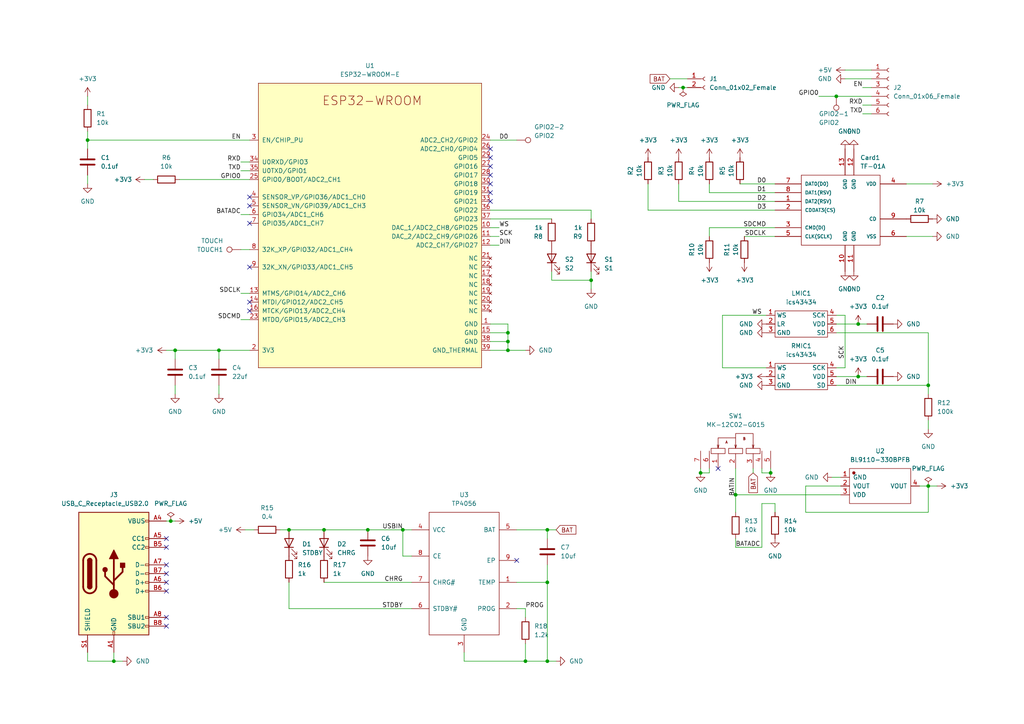
<source format=kicad_sch>
(kicad_sch (version 20211123) (generator eeschema)
  (paper "A4")
  (lib_symbols
    (symbol "Connector:Conn_01x02_Female" (pin_names (offset 1.016) hide)
      (property "Reference" "J" (at 0 2.54 0))
      (property "Value" "Conn_01x02_Female" (at 0 -5.08 0))
      (symbol "Conn_01x02_Female_1_1"
        (arc (start 0 -2.032) (mid -0.508 -2.54) (end 0 -3.048) (stroke (width 0.1524)))
        (polyline (pts (xy -1.27 -2.54) (xy -0.508 -2.54)) (stroke (width 0.1524)))
        (polyline (pts (xy -1.27 0) (xy -0.508 0)) (stroke (width 0.1524)))
        (arc (start 0 0.508) (mid -0.508 0) (end 0 -0.508) (stroke (width 0.1524)))
        (pin passive line (at -5.08 0 0) (length 3.81) (name "Pin_1") (number "1"))
        (pin passive line (at -5.08 -2.54 0) (length 3.81) (name "Pin_2") (number "2"))
      )
    )
    (symbol "Connector:Conn_01x06_Female" (pin_names (offset 1.016) hide)
      (property "Reference" "J" (at 0 7.62 0))
      (property "Value" "Conn_01x06_Female" (at 0 -10.16 0))
      (symbol "Conn_01x06_Female_1_1"
        (arc (start 0 -7.112) (mid -0.508 -7.62) (end 0 -8.128) (stroke (width 0.1524)))
        (arc (start 0 -4.572) (mid -0.508 -5.08) (end 0 -5.588) (stroke (width 0.1524)))
        (arc (start 0 -2.032) (mid -0.508 -2.54) (end 0 -3.048) (stroke (width 0.1524)))
        (polyline (pts (xy -1.27 -7.62) (xy -0.508 -7.62)) (stroke (width 0.1524)))
        (polyline (pts (xy -1.27 -5.08) (xy -0.508 -5.08)) (stroke (width 0.1524)))
        (polyline (pts (xy -1.27 -2.54) (xy -0.508 -2.54)) (stroke (width 0.1524)))
        (polyline (pts (xy -1.27 0) (xy -0.508 0)) (stroke (width 0.1524)))
        (polyline (pts (xy -1.27 2.54) (xy -0.508 2.54)) (stroke (width 0.1524)))
        (polyline (pts (xy -1.27 5.08) (xy -0.508 5.08)) (stroke (width 0.1524)))
        (arc (start 0 0.508) (mid -0.508 0) (end 0 -0.508) (stroke (width 0.1524)))
        (arc (start 0 3.048) (mid -0.508 2.54) (end 0 2.032) (stroke (width 0.1524)))
        (arc (start 0 5.588) (mid -0.508 5.08) (end 0 4.572) (stroke (width 0.1524)))
        (pin passive line (at -5.08 5.08 0) (length 3.81) (name "Pin_1") (number "1"))
        (pin passive line (at -5.08 2.54 0) (length 3.81) (name "Pin_2") (number "2"))
        (pin passive line (at -5.08 0 0) (length 3.81) (name "Pin_3") (number "3"))
        (pin passive line (at -5.08 -2.54 0) (length 3.81) (name "Pin_4") (number "4"))
        (pin passive line (at -5.08 -5.08 0) (length 3.81) (name "Pin_5") (number "5"))
        (pin passive line (at -5.08 -7.62 0) (length 3.81) (name "Pin_6") (number "6"))
      )
    )
    (symbol "Connector:TestPoint" (pin_numbers hide) (pin_names (offset 0.762) hide)
      (property "Reference" "TP" (at 0 6.858 0))
      (property "Value" "TestPoint" (at 0 5.08 0))
      (symbol "TestPoint_0_1"
        (circle (center 0 3.302) (radius 0.762))
      )
      (symbol "TestPoint_1_1"
        (pin passive line (at 0 0 90) (length 2.54) (name "1") (number "1"))
      )
    )
    (symbol "Connector:USB_C_Receptacle_USB2.0" (pin_names (offset 1.016))
      (property "Reference" "J" (at -10.16 19.05 0))
      (property "Value" "USB_C_Receptacle_USB2.0" (at 19.05 19.05 0))
      (symbol "USB_C_Receptacle_USB2.0_0_0"
        (rectangle (start -0.254 -17.78) (end 0.254 -16.764))
        (rectangle (start 10.16 -14.986) (end 9.144 -15.494))
        (rectangle (start 10.16 -12.446) (end 9.144 -12.954))
        (rectangle (start 10.16 -4.826) (end 9.144 -5.334))
        (rectangle (start 10.16 -2.286) (end 9.144 -2.794))
        (rectangle (start 10.16 0.254) (end 9.144 -0.254))
        (rectangle (start 10.16 2.794) (end 9.144 2.286))
        (rectangle (start 10.16 7.874) (end 9.144 7.366))
        (rectangle (start 10.16 10.414) (end 9.144 9.906))
        (rectangle (start 10.16 15.494) (end 9.144 14.986))
      )
      (symbol "USB_C_Receptacle_USB2.0_0_1"
        (rectangle (start -10.16 17.78) (end 10.16 -17.78) (stroke (width 0.254)) (fill (type background)))
        (arc (start -8.89 -3.81) (mid -6.985 -5.715) (end -5.08 -3.81) (stroke (width 0.508)))
        (arc (start -7.62 -3.81) (mid -6.985 -4.445) (end -6.35 -3.81) (stroke (width 0.254)))
        (arc (start -7.62 -3.81) (mid -6.985 -4.445) (end -6.35 -3.81) (stroke (width 0.254)) (fill (type outline)))
        (rectangle (start -7.62 -3.81) (end -6.35 3.81) (stroke (width 0.254)) (fill (type outline)))
        (arc (start -6.35 3.81) (mid -6.985 4.445) (end -7.62 3.81) (stroke (width 0.254)))
        (arc (start -6.35 3.81) (mid -6.985 4.445) (end -7.62 3.81) (stroke (width 0.254)) (fill (type outline)))
        (arc (start -5.08 3.81) (mid -6.985 5.715) (end -8.89 3.81) (stroke (width 0.508)))
        (circle (center -2.54 1.143) (radius 0.635) (stroke (width 0.254)) (fill (type outline)))
        (circle (center 0 -5.842) (radius 1.27) (fill (type outline)))
        (polyline (pts (xy -8.89 -3.81) (xy -8.89 3.81)) (stroke (width 0.508)))
        (polyline (pts (xy -5.08 3.81) (xy -5.08 -3.81)) (stroke (width 0.508)))
        (polyline (pts (xy 0 -5.842) (xy 0 4.318)) (stroke (width 0.508)))
        (polyline (pts (xy 0 -3.302) (xy -2.54 -0.762) (xy -2.54 0.508)) (stroke (width 0.508)))
        (polyline (pts (xy 0 -2.032) (xy 2.54 0.508) (xy 2.54 1.778)) (stroke (width 0.508)))
        (polyline (pts (xy -1.27 4.318) (xy 0 6.858) (xy 1.27 4.318) (xy -1.27 4.318)) (stroke (width 0.254)) (fill (type outline)))
        (rectangle (start 1.905 1.778) (end 3.175 3.048) (stroke (width 0.254)) (fill (type outline)))
      )
      (symbol "USB_C_Receptacle_USB2.0_1_1"
        (pin passive line (at 0 -22.86 90) (length 5.08) (name "GND") (number "A1"))
        (pin passive line (at 0 -22.86 90) (length 5.08) hide (name "GND") (number "A12"))
        (pin passive line (at 15.24 15.24 180) (length 5.08) (name "VBUS") (number "A4"))
        (pin bidirectional line (at 15.24 10.16 180) (length 5.08) (name "CC1") (number "A5"))
        (pin bidirectional line (at 15.24 -2.54 180) (length 5.08) (name "D+") (number "A6"))
        (pin bidirectional line (at 15.24 2.54 180) (length 5.08) (name "D-") (number "A7"))
        (pin bidirectional line (at 15.24 -12.7 180) (length 5.08) (name "SBU1") (number "A8"))
        (pin passive line (at 15.24 15.24 180) (length 5.08) hide (name "VBUS") (number "A9"))
        (pin passive line (at 0 -22.86 90) (length 5.08) hide (name "GND") (number "B1"))
        (pin passive line (at 0 -22.86 90) (length 5.08) hide (name "GND") (number "B12"))
        (pin passive line (at 15.24 15.24 180) (length 5.08) hide (name "VBUS") (number "B4"))
        (pin bidirectional line (at 15.24 7.62 180) (length 5.08) (name "CC2") (number "B5"))
        (pin bidirectional line (at 15.24 -5.08 180) (length 5.08) (name "D+") (number "B6"))
        (pin bidirectional line (at 15.24 0 180) (length 5.08) (name "D-") (number "B7"))
        (pin bidirectional line (at 15.24 -15.24 180) (length 5.08) (name "SBU2") (number "B8"))
        (pin passive line (at 15.24 15.24 180) (length 5.08) hide (name "VBUS") (number "B9"))
        (pin passive line (at -7.62 -22.86 90) (length 5.08) (name "SHIELD") (number "S1"))
      )
    )
    (symbol "Device:C" (pin_numbers hide) (pin_names (offset 0.254))
      (property "Reference" "C" (at 0.635 2.54 0))
      (property "Value" "C" (at 0.635 -2.54 0))
      (symbol "C_0_1"
        (polyline (pts (xy -2.032 -0.762) (xy 2.032 -0.762)) (stroke (width 0.508)))
        (polyline (pts (xy -2.032 0.762) (xy 2.032 0.762)) (stroke (width 0.508)))
      )
      (symbol "C_1_1"
        (pin passive line (at 0 3.81 270) (length 2.794) (name "~") (number "1"))
        (pin passive line (at 0 -3.81 90) (length 2.794) (name "~") (number "2"))
      )
    )
    (symbol "Device:LED" (pin_numbers hide) (pin_names (offset 1.016) hide)
      (property "Reference" "D" (at 0 2.54 0))
      (property "Value" "LED" (at 0 -2.54 0))
      (symbol "LED_0_1"
        (polyline (pts (xy -1.27 -1.27) (xy -1.27 1.27)) (stroke (width 0.254)))
        (polyline (pts (xy -1.27 0) (xy 1.27 0)))
        (polyline (pts (xy 1.27 -1.27) (xy 1.27 1.27) (xy -1.27 0) (xy 1.27 -1.27)) (stroke (width 0.254)))
        (polyline (pts (xy -3.048 -0.762) (xy -4.572 -2.286) (xy -3.81 -2.286) (xy -4.572 -2.286) (xy -4.572 -1.524)))
        (polyline (pts (xy -1.778 -0.762) (xy -3.302 -2.286) (xy -2.54 -2.286) (xy -3.302 -2.286) (xy -3.302 -1.524)))
      )
      (symbol "LED_1_1"
        (pin passive line (at -3.81 0 0) (length 2.54) (name "K") (number "1"))
        (pin passive line (at 3.81 0 180) (length 2.54) (name "A") (number "2"))
      )
    )
    (symbol "Device:R" (pin_numbers hide) (pin_names (offset 0))
      (property "Reference" "R" (at 2.032 0 90))
      (property "Value" "R" (at 0 0 90))
      (symbol "R_0_1"
        (rectangle (start -1.016 -2.54) (end 1.016 2.54) (stroke (width 0.254)))
      )
      (symbol "R_1_1"
        (pin passive line (at 0 3.81 270) (length 1.27) (name "~") (number "1"))
        (pin passive line (at 0 -3.81 90) (length 1.27) (name "~") (number "2"))
      )
    )
    (symbol "Espressif:ESP32-WROOM-E" (pin_names (offset 1.016))
      (property "Reference" "U" (at 0 43.18 0))
      (property "Value" "ESP32-WROOM-E" (at 0 -41.91 0))
      (symbol "ESP32-WROOM-E_0_1"
        (rectangle (start 33.02 41.91) (end -31.75 -40.64) (fill (type background)))
      )
      (symbol "ESP32-WROOM-E_1_1"
        (text "ESP32-­WROOM­" (at 1.27 36.83 0) (effects (font (size 2.54 2.54))))
        (pin power_in line (at 35.56 -27.94 180) (length 2.54) (name "GND") (number "1"))
        (pin bidirectional line (at 35.56 0 180) (length 2.54) (name "DAC_1/ADC2_CH8/GPIO25") (number "10"))
        (pin bidirectional line (at 35.56 -2.54 180) (length 2.54) (name "DAC_2/ADC2_CH9/GPIO26") (number "11"))
        (pin bidirectional line (at 35.56 -5.08 180) (length 2.54) (name "ADC2_CH7/GPIO27") (number "12"))
        (pin bidirectional line (at -34.29 -19.05 0) (length 2.54) (name "MTMS/GPIO14/ADC2_CH6") (number "13"))
        (pin bidirectional line (at -34.29 -21.59 0) (length 2.54) (name "MTDI/GPIO12/ADC2_CH5") (number "14"))
        (pin power_in line (at 35.56 -30.48 180) (length 2.54) (name "GND") (number "15"))
        (pin bidirectional line (at -34.29 -24.13 0) (length 2.54) (name "MTCK/GPIO13/ADC2_CH4") (number "16"))
        (pin no_connect line (at 35.56 -13.97 180) (length 2.54) (name "NC") (number "17"))
        (pin no_connect line (at 35.56 -16.51 180) (length 2.54) (name "NC") (number "18"))
        (pin no_connect line (at 35.56 -19.05 180) (length 2.54) (name "NC") (number "19"))
        (pin power_in line (at -34.29 -35.56 0) (length 2.54) (name "3V3") (number "2"))
        (pin no_connect line (at 35.56 -21.59 180) (length 2.54) (name "NC") (number "20"))
        (pin no_connect line (at 35.56 -8.89 180) (length 2.54) (name "NC") (number "21"))
        (pin no_connect line (at 35.56 -11.43 180) (length 2.54) (name "NC") (number "22"))
        (pin bidirectional line (at -34.29 -26.67 0) (length 2.54) (name "MTDO/GPIO15/ADC2_CH3") (number "23"))
        (pin bidirectional line (at 35.56 25.4 180) (length 2.54) (name "ADC2_CH2/GPIO2") (number "24"))
        (pin bidirectional line (at -34.29 13.97 0) (length 2.54) (name "GPIO0/BOOT/ADC2_CH1") (number "25"))
        (pin bidirectional line (at 35.56 22.86 180) (length 2.54) (name "ADC2_CH0/GPIO4") (number "26"))
        (pin bidirectional line (at 35.56 17.78 180) (length 2.54) (name "GPIO16") (number "27"))
        (pin bidirectional line (at 35.56 15.24 180) (length 2.54) (name "GPIO17") (number "28"))
        (pin bidirectional line (at 35.56 20.32 180) (length 2.54) (name "GPIO5") (number "29"))
        (pin input line (at -34.29 25.4 0) (length 2.54) (name "EN/CHIP_PU") (number "3"))
        (pin bidirectional line (at 35.56 12.7 180) (length 2.54) (name "GPIO18") (number "30"))
        (pin bidirectional line (at 35.56 10.16 180) (length 2.54) (name "GPIO19") (number "31"))
        (pin no_connect line (at 35.56 -24.13 180) (length 2.54) (name "NC") (number "32"))
        (pin bidirectional line (at 35.56 7.62 180) (length 2.54) (name "GPIO21") (number "33"))
        (pin bidirectional line (at -34.29 19.05 0) (length 2.54) (name "U0RXD/GPIO3") (number "34"))
        (pin bidirectional line (at -34.29 16.51 0) (length 2.54) (name "U0TXD/GPIO1") (number "35"))
        (pin bidirectional line (at 35.56 5.08 180) (length 2.54) (name "GPIO22") (number "36"))
        (pin bidirectional line (at 35.56 2.54 180) (length 2.54) (name "GPIO23") (number "37"))
        (pin power_in line (at 35.56 -33.02 180) (length 2.54) (name "GND") (number "38"))
        (pin power_in line (at 35.56 -35.56 180) (length 2.54) (name "GND_THERMAL") (number "39"))
        (pin input line (at -34.29 8.89 0) (length 2.54) (name "SENSOR_VP/GPIO36/ADC1_CH0") (number "4"))
        (pin input line (at -34.29 6.35 0) (length 2.54) (name "SENSOR_VN/GPIO39/ADC1_CH3") (number "5"))
        (pin input line (at -34.29 3.81 0) (length 2.54) (name "GPIO34/ADC1_CH6") (number "6"))
        (pin input line (at -34.29 1.27 0) (length 2.54) (name "GPIO35/ADC1_CH7") (number "7"))
        (pin bidirectional line (at -34.29 -6.35 0) (length 2.54) (name "32K_XP/GPIO32/ADC1_CH4") (number "8"))
        (pin bidirectional line (at -34.29 -11.43 0) (length 2.54) (name "32K_XN/GPIO33/ADC1_CH5") (number "9"))
      )
    )
    (symbol "ics43434:ics43434"
      (property "Reference" "U" (at 0 7.62 0))
      (property "Value" "ics43434" (at 0 5.08 0))
      (symbol "ics43434_0_1"
        (rectangle (start -7.62 3.81) (end 7.62 -3.81))
      )
      (symbol "ics43434_1_1"
        (pin input line (at -10.16 2.54 0) (length 2.54) (name "WS") (number "1"))
        (pin input line (at -10.16 0 0) (length 2.54) (name "LR") (number "2"))
        (pin power_in line (at -10.16 -2.54 0) (length 2.54) (name "GND") (number "3"))
        (pin input line (at 10.16 2.54 180) (length 2.54) (name "SCK") (number "4"))
        (pin power_in line (at 10.16 0 180) (length 2.54) (name "VDD") (number "5"))
        (pin output line (at 10.16 -2.54 180) (length 2.54) (name "SD") (number "6"))
      )
    )
    (symbol "kicad_lceda:BL9110-330BPFB" (pin_names (offset 1.016))
      (property "Reference" "U" (at 0 7.62 0))
      (property "Value" "BL9110-330BPFB" (at 0 12.7 0))
      (symbol "BL9110-330BPFB_1_1"
        (rectangle (start -8.89 5.08) (end 8.89 -5.08) (stroke (width 0.1524)))
        (circle (center -7.62 3.81) (radius 0.381) (stroke (width 0.1524)) (fill (type outline)))
        (pin input line (at -11.43 2.54 0) (length 2.54) (name "GND") (number "1"))
        (pin input line (at -11.43 0 0) (length 2.54) (name "VOUT") (number "2"))
        (pin input line (at -11.43 -2.54 0) (length 2.54) (name "VDD") (number "3"))
        (pin input line (at 11.43 0 180) (length 2.54) (name "VOUT") (number "4"))
      )
    )
    (symbol "kicad_lceda:MK-12C02-G015" (pin_names (offset 1.016) hide)
      (property "Reference" "SW" (at 0 10.16 0))
      (property "Value" "MK-12C02-G015" (at 0 15.24 0))
      (symbol "MK-12C02-G015_1_1"
        (rectangle (start -7.112 3.302) (end -3.048 1.778) (stroke (width 0.1524)))
        (rectangle (start -2.032 3.302) (end 2.032 1.778) (stroke (width 0.1524)))
        (polyline (pts (xy -5.08 3.302) (xy -5.334 4.318)) (stroke (width 0.1524)))
        (polyline (pts (xy 0 3.302) (xy -0.254 4.318)) (stroke (width 0.1524)))
        (polyline (pts (xy 5.08 3.302) (xy 4.826 4.318)) (stroke (width 0.1524)))
        (polyline (pts (xy 5.08 3.302) (xy 5.334 4.318)) (stroke (width 0.1524)))
        (polyline (pts (xy 0 6.35) (xy -5.08 6.35) (xy -5.08 3.302) (xy -4.826 4.318)) (stroke (width 0.1524)))
        (polyline (pts (xy 5.08 3.302) (xy 5.08 7.62) (xy 0 7.62) (xy 0 3.302) (xy 0.254 4.318)) (stroke (width 0.1524)))
        (rectangle (start 3.048 3.302) (end 7.112 1.778) (stroke (width 0.1524)))
        (text "A" (at -3.048 5.08 0) (effects (font (size 0.7366 0.7366)) (justify left)))
        (text "B" (at 2.032 6.096 0) (effects (font (size 0.7366 0.7366)) (justify left)))
        (pin input line (at -5.08 -2.54 90) (length 4.318) (name "1") (number "1"))
        (pin input line (at 0 -2.54 90) (length 4.318) (name "2") (number "2"))
        (pin input line (at 5.08 -2.54 90) (length 4.318) (name "3") (number "3"))
        (pin input line (at 7.62 -2.54 90) (length 5.08) (name "4") (number "4"))
        (pin input line (at 10.16 -2.54 90) (length 5.08) (name "5") (number "5"))
        (pin input line (at -7.62 -2.54 90) (length 5.08) (name "6") (number "6"))
        (pin input line (at -10.16 -2.54 90) (length 5.08) (name "7") (number "7"))
      )
    )
    (symbol "kicad_lceda:TF-01A" (pin_names (offset 1.016))
      (property "Reference" "Card" (at 0 20.828 0))
      (property "Value" "TF-01A" (at 0 25.908 0))
      (symbol "TF-01A_1_1"
        (rectangle (start -11.43 10.16) (end 11.43 -10.16) (stroke (width 0.1524)))
        (pin bidirectional line (at -19.05 2.54 0) (length 7.62) (name "DAT2(RSV)") (number "1"))
        (pin input line (at 1.27 -17.78 90) (length 7.62) (name "GND") (number "10"))
        (pin input line (at 3.81 -17.78 90) (length 7.62) (name "GND") (number "11"))
        (pin input line (at 3.81 17.78 270) (length 7.62) (name "GND") (number "12"))
        (pin input line (at 1.27 17.78 270) (length 7.62) (name "GND") (number "13"))
        (pin bidirectional line (at -19.05 0 0) (length 7.62) (name "CDDAT3(CS)") (number "2"))
        (pin input line (at -19.05 -5.08 0) (length 7.62) (name "CMD(DI)") (number "3"))
        (pin input line (at 19.05 7.62 180) (length 7.62) (name "VDD") (number "4"))
        (pin input line (at -19.05 -7.62 0) (length 7.62) (name "CLK(SCLK)") (number "5"))
        (pin input line (at 19.05 -7.62 180) (length 7.62) (name "VSS") (number "6"))
        (pin bidirectional line (at -19.05 7.62 0) (length 7.62) (name "DAT0(D0)") (number "7"))
        (pin bidirectional line (at -19.05 5.08 0) (length 7.62) (name "DAT1(RSV)") (number "8"))
        (pin input line (at 19.05 -2.54 180) (length 7.62) (name "CD") (number "9"))
      )
    )
    (symbol "kicad_lceda:TP4056" (pin_names (offset 1.016))
      (property "Reference" "U" (at 0 22.86 0))
      (property "Value" "TP4056" (at 0 27.94 0))
      (symbol "TP4056_1_1"
        (rectangle (start -10.16 20.32) (end 10.16 -15.24) (stroke (width 0.1524)))
        (pin input line (at 15.24 0 180) (length 5.08) (name "TEMP") (number "1"))
        (pin input line (at 15.24 -7.62 180) (length 5.08) (name "PROG") (number "2"))
        (pin input line (at 0 -20.32 90) (length 5.08) (name "GND") (number "3"))
        (pin input line (at -15.24 15.24 0) (length 5.08) (name "VCC") (number "4"))
        (pin input line (at 15.24 15.24 180) (length 5.08) (name "BAT") (number "5"))
        (pin input line (at -15.24 -7.62 0) (length 5.08) (name "STDBY#") (number "6"))
        (pin input line (at -15.24 0 0) (length 5.08) (name "CHRG#") (number "7"))
        (pin input line (at -15.24 7.62 0) (length 5.08) (name "CE") (number "8"))
        (pin input line (at 15.24 6.35 180) (length 5.08) (name "EP") (number "9"))
      )
    )
    (symbol "power:+3V3" (power) (pin_names (offset 0))
      (property "Value" "+3V3" (at 0 3.556 0))
      (symbol "+3V3_0_1"
        (polyline (pts (xy -0.762 1.27) (xy 0 2.54)))
        (polyline (pts (xy 0 0) (xy 0 2.54)))
        (polyline (pts (xy 0 2.54) (xy 0.762 1.27)))
      )
      (symbol "+3V3_1_1"
        (pin power_in line (at 0 0 90) (length 0) hide (name "+3V3") (number "1"))
      )
    )
    (symbol "power:+5V" (power) (pin_names (offset 0))
      (property "Value" "+5V" (at 0 3.556 0))
      (symbol "+5V_0_1"
        (polyline (pts (xy -0.762 1.27) (xy 0 2.54)))
        (polyline (pts (xy 0 0) (xy 0 2.54)))
        (polyline (pts (xy 0 2.54) (xy 0.762 1.27)))
      )
      (symbol "+5V_1_1"
        (pin power_in line (at 0 0 90) (length 0) hide (name "+5V") (number "1"))
      )
    )
    (symbol "power:GND" (power) (pin_names (offset 0))
      (property "Value" "GND" (at 0 -3.81 0))
      (symbol "GND_0_1"
        (polyline (pts (xy 0 0) (xy 0 -1.27) (xy 1.27 -1.27) (xy 0 -2.54) (xy -1.27 -1.27) (xy 0 -1.27)))
      )
      (symbol "GND_1_1"
        (pin power_in line (at 0 0 270) (length 0) hide (name "GND") (number "1"))
      )
    )
    (symbol "power:PWR_FLAG" (power) (pin_numbers hide) (pin_names (offset 0) hide)
      (property "Value" "PWR_FLAG" (at 0 3.81 0))
      (symbol "PWR_FLAG_0_0"
        (pin power_out line (at 0 0 90) (length 0) (name "pwr") (number "1"))
      )
      (symbol "PWR_FLAG_0_1"
        (polyline (pts (xy 0 0) (xy 0 1.27) (xy -1.016 1.905) (xy 0 2.54) (xy 1.016 1.905) (xy 0 1.27)))
      )
    )
  )
  (junction (at 158.75 153.67))
  (junction (at 158.75 168.91))
  (junction (at 50.8 101.6))
  (junction (at 63.5 101.6))
  (junction (at 198.12 25.4))
  (junction (at 49.53 151.13))
  (junction (at 213.36 143.51))
  (junction (at 106.68 153.67))
  (junction (at 147.32 99.06))
  (junction (at 147.32 96.52))
  (junction (at 269.24 111.76))
  (junction (at 203.2 137.16))
  (junction (at 116.84 153.67))
  (junction (at 152.4 191.77))
  (junction (at 269.24 140.97))
  (junction (at 242.57 27.94))
  (junction (at 248.92 109.22))
  (junction (at 83.82 153.67))
  (junction (at 147.32 101.6))
  (junction (at 93.98 153.67))
  (junction (at 223.52 137.16))
  (junction (at 33.02 191.77))
  (junction (at 158.75 191.77))
  (junction (at 25.4 40.64))
  (junction (at 248.92 93.98))
  (junction (at 171.45 81.28))
  (no_connect (at 142.24 55.88))
  (no_connect (at 48.26 171.45))
  (no_connect (at 142.24 53.34))
  (no_connect (at 48.26 158.75))
  (no_connect (at 48.26 156.21))
  (no_connect (at 72.39 90.17))
  (no_connect (at 142.24 50.8))
  (no_connect (at 72.39 87.63))
  (no_connect (at 208.28 135.89))
  (no_connect (at 142.24 45.72))
  (no_connect (at 48.26 181.61))
  (no_connect (at 142.24 48.26))
  (no_connect (at 48.26 166.37))
  (no_connect (at 48.26 163.83))
  (no_connect (at 142.24 43.18))
  (no_connect (at 72.39 57.15))
  (no_connect (at 48.26 168.91))
  (no_connect (at 72.39 59.69))
  (no_connect (at 72.39 77.47))
  (no_connect (at 48.26 179.07))
  (no_connect (at 149.86 162.56))
  (no_connect (at 72.39 64.77))
  (no_connect (at 142.24 58.42))
  (wire (pts (xy 248.92 93.98) (xy 251.46 93.98)))
  (wire (pts (xy 81.28 153.67) (xy 83.82 153.67)))
  (wire (pts (xy 41.91 52.07) (xy 44.45 52.07)))
  (wire (pts (xy 25.4 40.64) (xy 72.39 40.64)))
  (wire (pts (xy 50.8 101.6) (xy 50.8 104.14)))
  (wire (pts (xy 220.98 146.05) (xy 224.79 146.05)))
  (wire (pts (xy 242.57 106.68) (xy 245.11 106.68)))
  (wire (pts (xy 245.11 22.86) (xy 252.73 22.86)))
  (wire (pts (xy 50.8 114.3) (xy 50.8 111.76)))
  (wire (pts (xy 269.24 96.52) (xy 269.24 111.76)))
  (wire (pts (xy 33.02 189.23) (xy 33.02 191.77)))
  (wire (pts (xy 147.32 101.6) (xy 152.4 101.6)))
  (wire (pts (xy 116.84 161.29) (xy 119.38 161.29)))
  (wire (pts (xy 222.25 91.44) (xy 209.55 91.44)))
  (wire (pts (xy 144.78 68.58) (xy 142.24 68.58)))
  (wire (pts (xy 147.32 99.06) (xy 147.32 101.6)))
  (wire (pts (xy 198.12 25.4) (xy 199.39 25.4)))
  (wire (pts (xy 224.79 146.05) (xy 224.79 148.59)))
  (wire (pts (xy 194.31 22.86) (xy 199.39 22.86)))
  (wire (pts (xy 69.85 62.23) (xy 72.39 62.23)))
  (wire (pts (xy 147.32 93.98) (xy 142.24 93.98)))
  (wire (pts (xy 242.57 96.52) (xy 269.24 96.52)))
  (wire (pts (xy 142.24 96.52) (xy 147.32 96.52)))
  (wire (pts (xy 69.85 72.39) (xy 72.39 72.39)))
  (wire (pts (xy 209.55 106.68) (xy 222.25 106.68)))
  (wire (pts (xy 25.4 53.34) (xy 25.4 50.8)))
  (wire (pts (xy 250.19 25.4) (xy 252.73 25.4)))
  (wire (pts (xy 152.4 176.53) (xy 149.86 176.53)))
  (wire (pts (xy 196.85 25.4) (xy 198.12 25.4)))
  (wire (pts (xy 52.07 52.07) (xy 72.39 52.07)))
  (wire (pts (xy 72.39 101.6) (xy 63.5 101.6)))
  (wire (pts (xy 158.75 153.67) (xy 161.29 153.67)))
  (wire (pts (xy 142.24 99.06) (xy 147.32 99.06)))
  (wire (pts (xy 213.36 143.51) (xy 213.36 148.59)))
  (wire (pts (xy 50.8 151.13) (xy 49.53 151.13)))
  (wire (pts (xy 152.4 191.77) (xy 158.75 191.77)))
  (wire (pts (xy 71.12 153.67) (xy 73.66 153.67)))
  (wire (pts (xy 144.78 66.04) (xy 142.24 66.04)))
  (wire (pts (xy 223.52 135.89) (xy 223.52 137.16)))
  (wire (pts (xy 158.75 163.83) (xy 158.75 168.91)))
  (wire (pts (xy 245.11 106.68) (xy 245.11 91.44)))
  (wire (pts (xy 171.45 81.28) (xy 160.02 81.28)))
  (wire (pts (xy 269.24 111.76) (xy 242.57 111.76)))
  (wire (pts (xy 63.5 114.3) (xy 63.5 111.76)))
  (wire (pts (xy 69.85 85.09) (xy 72.39 85.09)))
  (wire (pts (xy 269.24 148.59) (xy 269.24 140.97)))
  (wire (pts (xy 270.51 53.34) (xy 262.89 53.34)))
  (wire (pts (xy 69.85 46.99) (xy 72.39 46.99)))
  (wire (pts (xy 250.19 30.48) (xy 252.73 30.48)))
  (wire (pts (xy 196.85 53.34) (xy 196.85 58.42)))
  (wire (pts (xy 152.4 186.69) (xy 152.4 191.77)))
  (wire (pts (xy 205.74 53.34) (xy 205.74 55.88)))
  (wire (pts (xy 242.57 27.94) (xy 252.73 27.94)))
  (wire (pts (xy 63.5 101.6) (xy 50.8 101.6)))
  (wire (pts (xy 223.52 137.16) (xy 220.98 137.16)))
  (wire (pts (xy 161.29 191.77) (xy 158.75 191.77)))
  (wire (pts (xy 205.74 137.16) (xy 203.2 137.16)))
  (wire (pts (xy 83.82 176.53) (xy 83.82 168.91)))
  (wire (pts (xy 187.96 60.96) (xy 187.96 53.34)))
  (wire (pts (xy 158.75 168.91) (xy 149.86 168.91)))
  (wire (pts (xy 134.62 191.77) (xy 134.62 189.23)))
  (wire (pts (xy 213.36 135.89) (xy 213.36 143.51)))
  (wire (pts (xy 196.85 58.42) (xy 224.79 58.42)))
  (wire (pts (xy 49.53 151.13) (xy 48.26 151.13)))
  (wire (pts (xy 119.38 176.53) (xy 83.82 176.53)))
  (wire (pts (xy 205.74 55.88) (xy 224.79 55.88)))
  (wire (pts (xy 242.57 109.22) (xy 248.92 109.22)))
  (wire (pts (xy 215.9 68.58) (xy 224.79 68.58)))
  (wire (pts (xy 142.24 40.64) (xy 149.86 40.64)))
  (wire (pts (xy 25.4 27.94) (xy 25.4 30.48)))
  (wire (pts (xy 233.68 140.97) (xy 233.68 148.59)))
  (wire (pts (xy 147.32 96.52) (xy 147.32 99.06)))
  (wire (pts (xy 69.85 49.53) (xy 72.39 49.53)))
  (wire (pts (xy 106.68 153.67) (xy 93.98 153.67)))
  (wire (pts (xy 142.24 63.5) (xy 160.02 63.5)))
  (wire (pts (xy 25.4 43.18) (xy 25.4 40.64)))
  (wire (pts (xy 213.36 158.75) (xy 220.98 158.75)))
  (wire (pts (xy 25.4 191.77) (xy 33.02 191.77)))
  (wire (pts (xy 214.63 53.34) (xy 224.79 53.34)))
  (wire (pts (xy 63.5 101.6) (xy 63.5 104.14)))
  (wire (pts (xy 220.98 135.89) (xy 220.98 137.16)))
  (wire (pts (xy 187.96 60.96) (xy 224.79 60.96)))
  (wire (pts (xy 158.75 153.67) (xy 158.75 156.21)))
  (wire (pts (xy 83.82 153.67) (xy 93.98 153.67)))
  (wire (pts (xy 116.84 153.67) (xy 116.84 161.29)))
  (wire (pts (xy 116.84 153.67) (xy 119.38 153.67)))
  (wire (pts (xy 220.98 158.75) (xy 220.98 146.05)))
  (wire (pts (xy 237.49 27.94) (xy 242.57 27.94)))
  (wire (pts (xy 224.79 66.04) (xy 205.74 66.04)))
  (wire (pts (xy 248.92 109.22) (xy 251.46 109.22)))
  (wire (pts (xy 205.74 135.89) (xy 205.74 137.16)))
  (wire (pts (xy 171.45 83.82) (xy 171.45 81.28)))
  (wire (pts (xy 142.24 101.6) (xy 147.32 101.6)))
  (wire (pts (xy 25.4 38.1) (xy 25.4 40.64)))
  (wire (pts (xy 142.24 60.96) (xy 171.45 60.96)))
  (wire (pts (xy 233.68 148.59) (xy 269.24 148.59)))
  (wire (pts (xy 213.36 158.75) (xy 213.36 156.21)))
  (wire (pts (xy 152.4 179.07) (xy 152.4 176.53)))
  (wire (pts (xy 245.11 91.44) (xy 242.57 91.44)))
  (wire (pts (xy 245.11 20.32) (xy 252.73 20.32)))
  (wire (pts (xy 203.2 135.89) (xy 203.2 137.16)))
  (wire (pts (xy 218.44 137.16) (xy 218.44 135.89)))
  (wire (pts (xy 25.4 189.23) (xy 25.4 191.77)))
  (wire (pts (xy 144.78 71.12) (xy 142.24 71.12)))
  (wire (pts (xy 209.55 91.44) (xy 209.55 106.68)))
  (wire (pts (xy 213.36 143.51) (xy 243.84 143.51)))
  (wire (pts (xy 269.24 114.3) (xy 269.24 111.76)))
  (wire (pts (xy 69.85 92.71) (xy 72.39 92.71)))
  (wire (pts (xy 250.19 33.02) (xy 252.73 33.02)))
  (wire (pts (xy 205.74 66.04) (xy 205.74 68.58)))
  (wire (pts (xy 134.62 191.77) (xy 152.4 191.77)))
  (wire (pts (xy 106.68 153.67) (xy 116.84 153.67)))
  (wire (pts (xy 48.26 101.6) (xy 50.8 101.6)))
  (wire (pts (xy 269.24 140.97) (xy 266.7 140.97)))
  (wire (pts (xy 93.98 168.91) (xy 119.38 168.91)))
  (wire (pts (xy 171.45 78.74) (xy 171.45 81.28)))
  (wire (pts (xy 149.86 153.67) (xy 158.75 153.67)))
  (wire (pts (xy 147.32 93.98) (xy 147.32 96.52)))
  (wire (pts (xy 270.51 68.58) (xy 262.89 68.58)))
  (wire (pts (xy 271.78 140.97) (xy 269.24 140.97)))
  (wire (pts (xy 243.84 140.97) (xy 233.68 140.97)))
  (wire (pts (xy 242.57 93.98) (xy 248.92 93.98)))
  (wire (pts (xy 269.24 121.92) (xy 269.24 124.46)))
  (wire (pts (xy 241.3 138.43) (xy 243.84 138.43)))
  (wire (pts (xy 158.75 168.91) (xy 158.75 191.77)))
  (wire (pts (xy 171.45 60.96) (xy 171.45 63.5)))
  (wire (pts (xy 160.02 81.28) (xy 160.02 78.74)))
  (wire (pts (xy 35.56 191.77) (xy 33.02 191.77)))
  (label "DIN" (at 245.11 111.76 0))
  (label "TXD" (at 250.19 33.02 180))
  (label "D3" (at 222.25 60.96 180))
  (label "WS" (at 220.98 91.44 180))
  (label "D0" (at 144.78 40.64 0))
  (label "SCK" (at 144.78 68.58 0))
  (label "CHRG" (at 116.84 168.91 180))
  (label "BATADC" (at 213.36 158.75 0))
  (label "D2" (at 222.25 58.42 180))
  (label "BATADC" (at 69.85 62.23 180))
  (label "GPIO0" (at 69.85 52.07 180))
  (label "SDCMD" (at 222.25 66.04 180))
  (label "D1" (at 222.25 55.88 180))
  (label "SDCLK" (at 69.85 85.09 180))
  (label "EN" (at 250.19 25.4 180))
  (label "D0" (at 222.25 53.34 180))
  (label "USBIN" (at 116.84 153.67 180))
  (label "STDBY" (at 116.84 176.53 180))
  (label "SCK" (at 245.11 104.14 90))
  (label "GPIO0" (at 237.49 27.94 180))
  (label "DIN" (at 144.78 71.12 0))
  (label "WS" (at 144.78 66.04 0))
  (label "TXD" (at 69.85 49.53 180))
  (label "BATIN" (at 213.36 138.43 270))
  (label "SDCMD" (at 69.85 92.71 180))
  (label "RXD" (at 250.19 30.48 180))
  (label "PROG" (at 152.4 176.53 0))
  (label "EN" (at 69.85 40.64 180))
  (label "RXD" (at 69.85 46.99 180))
  (label "SDCLK" (at 222.25 68.58 180))
  (global_label "BAT" (shape input) (at 194.31 22.86 180) (property "Intersheet References" "${INTERSHEET_REFS}" (effects hide)))
  (global_label "BAT" (shape input) (at 161.29 153.67 0) (property "Intersheet References" "${INTERSHEET_REFS}" (effects hide)))
  (global_label "BAT" (shape input) (at 218.44 137.16 270) (property "Intersheet References" "${INTERSHEET_REFS}" (effects hide)))
  (symbol (lib_id "Device:R") (at 93.98 165.1 180) (unit 1)
    (property "Reference" "R17" (at 96.52 163.8299 0) (effects (justify right)))
    (property "Value" "1k" (at 96.52 166.3699 0) (effects (justify right)))
    (property "Footprint" "Resistor_SMD:R_0603_1608Metric" (effects hide))
    (property "MPN" "C21190" (effects hide))
  )
  (symbol (lib_id "Connector:USB_C_Receptacle_USB2.0") (at 33.02 166.37 0) (unit 1)
    (property "Reference" "J3" (at 33.02 143.51 0))
    (property "Value" "USB_C_Receptacle_USB2.0" (at 30.48 146.05 0))
    (property "Footprint" "Connector_USB:USB_C_Receptacle_HRO_TYPE-C-31-M-12" (effects hide))
    (property "Datasheet" "https://www.usb.org/sites/default/files/documents/usb_type-c.zip" (effects hide))
    (property "MPN" "C2927038" (effects hide))
  )
  (symbol (lib_id "power:+3V3") (at 25.4 27.94 0) (unit 1)
    (property "Reference" "#PWR04" (effects hide))
    (property "Value" "+3V3" (at 25.4 22.86 0))
  )
  (symbol (lib_id "power:+3V3") (at 270.51 53.34 270) (unit 1)
    (property "Reference" "#PWR013" (effects hide))
    (property "Value" "+3V3" (at 274.32 53.3399 90) (effects (justify left)))
  )
  (symbol (lib_id "Espressif:ESP32-WROOM-E") (at 106.68 66.04 0) (unit 1)
    (property "Reference" "U1" (at 107.315 19.05 0))
    (property "Value" "ESP32-WROOM-E" (at 107.315 21.59 0))
    (property "Footprint" "Espressif:ESP32-WROOM-32E" (effects hide))
    (property "Datasheet" "https://www.espressif.com/sites/default/files/documentation/esp32-wroom-32e_esp32-wroom-32ue_datasheet_en.pdf" (effects hide))
    (property "MPN" "C701341" (effects hide))
  )
  (symbol (lib_id "Device:C") (at 50.8 107.95 0) (unit 1)
    (property "Reference" "C3" (at 54.61 106.6799 0) (effects (justify left)))
    (property "Value" "0.1uf" (at 54.61 109.2199 0) (effects (justify left)))
    (property "Footprint" "Capacitor_SMD:C_0402_1005Metric" (effects hide))
    (property "MPN" "C1525" (effects hide))
  )
  (symbol (lib_id "power:+5V") (at 71.12 153.67 90) (unit 1)
    (property "Reference" "#PWR039" (effects hide))
    (property "Value" "+5V" (at 67.31 153.6699 90) (effects (justify left)))
  )
  (symbol (lib_id "power:+3V3") (at 187.96 45.72 0) (unit 1)
    (property "Reference" "#PWR07" (effects hide))
    (property "Value" "+3V3" (at 187.96 40.64 0))
  )
  (symbol (lib_id "Device:R") (at 213.36 152.4 0) (unit 1)
    (property "Reference" "R13" (at 215.9 151.1299 0) (effects (justify left)))
    (property "Value" "10k" (at 215.9 153.6699 0) (effects (justify left)))
    (property "Footprint" "Resistor_SMD:R_0603_1608Metric" (effects hide))
    (property "MPN" "C25804" (effects hide))
  )
  (symbol (lib_id "Device:R") (at 266.7 63.5 90) (unit 1)
    (property "Reference" "R7" (at 266.7 58.42 90))
    (property "Value" "10k" (at 266.7 60.96 90))
    (property "Footprint" "Resistor_SMD:R_0603_1608Metric" (effects hide))
    (property "MPN" "C25804" (effects hide))
  )
  (symbol (lib_id "power:GND") (at 259.08 93.98 90) (unit 1)
    (property "Reference" "#PWR023" (effects hide))
    (property "Value" "GND" (at 262.89 93.9799 90) (effects (justify right)))
  )
  (symbol (lib_id "power:GND") (at 203.2 137.16 0) (unit 1)
    (property "Reference" "#PWR034" (effects hide))
    (property "Value" "GND" (at 203.2 142.24 0))
  )
  (symbol (lib_id "power:GND") (at 269.24 124.46 0) (unit 1)
    (property "Reference" "#PWR033" (effects hide))
    (property "Value" "GND" (at 269.24 129.54 0))
  )
  (symbol (lib_id "power:GND") (at 63.5 114.3 0) (unit 1)
    (property "Reference" "#PWR032" (effects hide))
    (property "Value" "GND" (at 63.5 119.38 0))
  )
  (symbol (lib_id "Device:LED") (at 93.98 157.48 90) (unit 1)
    (property "Reference" "D2" (at 97.79 157.7974 90) (effects (justify right)))
    (property "Value" "CHRG" (at 97.79 160.3374 90) (effects (justify right)))
    (property "Footprint" "LED_SMD:LED_0603_1608Metric" (effects hide))
    (property "MPN" "C72041" (effects hide))
  )
  (symbol (lib_id "power:GND") (at 106.68 161.29 0) (unit 1)
    (property "Reference" "#PWR041" (effects hide))
    (property "Value" "GND" (at 106.68 166.37 0))
  )
  (symbol (lib_id "power:GND") (at 25.4 53.34 0) (unit 1)
    (property "Reference" "#PWR012" (effects hide))
    (property "Value" "GND" (at 25.4 58.42 0))
  )
  (symbol (lib_id "Device:LED") (at 83.82 157.48 90) (unit 1)
    (property "Reference" "D1" (at 87.63 157.7974 90) (effects (justify right)))
    (property "Value" "STDBY" (at 87.63 160.3374 90) (effects (justify right)))
    (property "Footprint" "LED_SMD:LED_0603_1608Metric" (effects hide))
    (property "MPN" "C72041" (effects hide))
  )
  (symbol (lib_id "power:GND") (at 152.4 101.6 90) (unit 1)
    (property "Reference" "#PWR026" (effects hide))
    (property "Value" "GND" (at 156.21 101.5999 90) (effects (justify right)))
  )
  (symbol (lib_id "power:+3V3") (at 205.74 45.72 0) (unit 1)
    (property "Reference" "#PWR09" (effects hide))
    (property "Value" "+3V3" (at 205.74 40.64 0))
  )
  (symbol (lib_id "Device:R") (at 83.82 165.1 180) (unit 1)
    (property "Reference" "R16" (at 86.36 163.8299 0) (effects (justify right)))
    (property "Value" "1k" (at 86.36 166.3699 0) (effects (justify right)))
    (property "Footprint" "Resistor_SMD:R_0603_1608Metric" (effects hide))
    (property "MPN" "C21190" (effects hide))
  )
  (symbol (lib_id "Device:C") (at 255.27 93.98 90) (unit 1)
    (property "Reference" "C2" (at 255.27 86.36 90))
    (property "Value" "0.1uf" (at 255.27 88.9 90))
    (property "Footprint" "Capacitor_SMD:C_0402_1005Metric" (effects hide))
    (property "MPN" "C1525" (effects hide))
  )
  (symbol (lib_id "power:GND") (at 270.51 68.58 90) (unit 1)
    (property "Reference" "#PWR015" (effects hide))
    (property "Value" "GND" (at 274.32 68.5799 90) (effects (justify right)))
  )
  (symbol (lib_id "power:GND") (at 161.29 191.77 90) (unit 1)
    (property "Reference" "#PWR043" (effects hide))
    (property "Value" "GND" (at 165.1 191.7699 90) (effects (justify right)))
  )
  (symbol (lib_id "power:GND") (at 245.11 78.74 0) (unit 1)
    (property "Reference" "#PWR018" (effects hide))
    (property "Value" "GND" (at 245.11 83.82 0))
  )
  (symbol (lib_id "kicad_lceda:TF-01A") (at 243.84 60.96 0) (unit 1)
    (property "Reference" "Card1" (at 249.5157 45.72 0) (effects (justify left)))
    (property "Value" "TF-01A" (at 249.5157 48.26 0) (effects (justify left)))
    (property "Footprint" "kicad_lceda:TF-SMD_TF-01A" (effects hide))
    (property "Datasheet" "http://www.szlcsc.com/product/details_92334.html" (effects hide))
    (property "SuppliersPartNumber" "C91145" (effects hide))
    (property "uuid" "std:3d240747a85043e08408d9845ebe7995" (effects hide))
    (property "MPN" "C91145" (effects hide))
  )
  (symbol (lib_id "kicad_lceda:TP4056") (at 134.62 168.91 0) (unit 1)
    (property "Reference" "U3" (at 134.62 143.51 0))
    (property "Value" "TP4056" (at 134.62 146.05 0))
    (property "Footprint" "kicad_lceda:ESOP-8_L4.9-W3.9-P1.27-LS6.0-BL-EP" (effects hide))
    (property "Datasheet" "http://www.szlcsc.com/product/details_17264.html" (effects hide))
    (property "SuppliersPartNumber" "C16581" (effects hide))
    (property "uuid" "std:f5fb5a24e9edc515352eb800d4f925df" (effects hide))
    (property "MPN" "C16581" (effects hide))
  )
  (symbol (lib_id "power:+3V3") (at 214.63 45.72 0) (unit 1)
    (property "Reference" "#PWR010" (effects hide))
    (property "Value" "+3V3" (at 214.63 40.64 0))
  )
  (symbol (lib_id "Device:LED") (at 160.02 74.93 90) (unit 1)
    (property "Reference" "S2" (at 163.83 75.2474 90) (effects (justify right)))
    (property "Value" "S2" (at 163.83 77.7874 90) (effects (justify right)))
    (property "Footprint" "LED_SMD:LED_0603_1608Metric" (effects hide))
    (property "MPN" "C72041" (effects hide))
  )
  (symbol (lib_id "power:GND") (at 224.79 156.21 0) (unit 1)
    (property "Reference" "#PWR040" (effects hide))
    (property "Value" "GND" (at 224.79 161.29 0))
  )
  (symbol (lib_id "Device:R") (at 205.74 49.53 180) (unit 1)
    (property "Reference" "R4" (at 200.66 49.53 90))
    (property "Value" "10k" (at 203.2 49.53 90))
    (property "Footprint" "Resistor_SMD:R_0603_1608Metric" (effects hide))
    (property "MPN" "C25804" (effects hide))
  )
  (symbol (lib_id "power:+3V3") (at 41.91 52.07 90) (unit 1)
    (property "Reference" "#PWR011" (effects hide))
    (property "Value" "+3V3" (at 33.02 52.07 90) (effects (justify right)))
  )
  (symbol (lib_id "kicad_lceda:BL9110-330BPFB") (at 255.27 140.97 0) (unit 1)
    (property "Reference" "U2" (at 255.27 130.81 0))
    (property "Value" "BL9110-330BPFB" (at 255.27 133.35 0))
    (property "Footprint" "kicad_lceda:SOT-223_L6.5-W3.5-P2.30-LS7.0-BR" (effects hide))
    (property "Datasheet" "http://www.szlcsc.com/product/details_180631.html" (effects hide))
    (property "SuppliersPartNumber" "C169246" (effects hide))
    (property "uuid" "std:a327b111dff94b53a9c94cd7e423cdb0" (effects hide))
    (property "MPN" "C169246" (effects hide))
  )
  (symbol (lib_id "Device:C") (at 255.27 109.22 90) (unit 1)
    (property "Reference" "C5" (at 255.27 101.6 90))
    (property "Value" "0.1uf" (at 255.27 104.14 90))
    (property "Footprint" "Capacitor_SMD:C_0402_1005Metric" (effects hide))
    (property "MPN" "C1525" (effects hide))
  )
  (symbol (lib_id "power:GND") (at 50.8 114.3 0) (unit 1)
    (property "Reference" "#PWR031" (effects hide))
    (property "Value" "GND" (at 50.8 119.38 0))
  )
  (symbol (lib_id "Connector:TestPoint") (at 242.57 27.94 180) (unit 1)
    (property "Reference" "GPIO2-1" (at 237.49 33.02 0) (effects (justify right)))
    (property "Value" "GPIO2" (at 237.49 35.56 0) (effects (justify right)))
    (property "Footprint" "TestPoint:TestPoint_Pad_D1.0mm" (effects hide))
  )
  (symbol (lib_id "Device:C") (at 63.5 107.95 0) (unit 1)
    (property "Reference" "C4" (at 67.31 106.6799 0) (effects (justify left)))
    (property "Value" "22uf" (at 67.31 109.2199 0) (effects (justify left)))
    (property "Footprint" "Capacitor_SMD:C_0603_1608Metric" (effects hide))
    (property "MPN" "C59461" (effects hide))
  )
  (symbol (lib_id "power:+3V3") (at 271.78 140.97 270) (unit 1)
    (property "Reference" "#PWR037" (effects hide))
    (property "Value" "+3V3" (at 275.59 140.9699 90) (effects (justify left)))
  )
  (symbol (lib_id "power:GND") (at 245.11 22.86 270) (unit 1)
    (property "Reference" "#PWR02" (effects hide))
    (property "Value" "GND" (at 241.3 22.8599 90) (effects (justify right)))
  )
  (symbol (lib_id "Device:C") (at 158.75 160.02 0) (unit 1)
    (property "Reference" "C7" (at 162.56 158.7499 0) (effects (justify left)))
    (property "Value" "10uf" (at 162.56 161.2899 0) (effects (justify left)))
    (property "Footprint" "Capacitor_SMD:C_0603_1608Metric" (effects hide))
    (property "MPN" "C19702" (effects hide))
  )
  (symbol (lib_id "Connector:TestPoint") (at 149.86 40.64 270) (unit 1)
    (property "Reference" "GPIO2-2" (at 154.94 36.83 90) (effects (justify left)))
    (property "Value" "GPIO2" (at 154.94 39.37 90) (effects (justify left)))
    (property "Footprint" "TestPoint:TestPoint_Pad_D1.0mm" (effects hide))
  )
  (symbol (lib_id "power:GND") (at 222.25 111.76 270) (unit 1)
    (property "Reference" "#PWR030" (effects hide))
    (property "Value" "GND" (at 218.44 111.7599 90) (effects (justify right)))
  )
  (symbol (lib_id "power:PWR_FLAG") (at 269.24 140.97 0) (unit 1)
    (property "Reference" "#FLG01" (effects hide))
    (property "Value" "PWR_FLAG" (at 269.24 135.89 0))
  )
  (symbol (lib_id "power:+3V3") (at 248.92 93.98 0) (unit 1)
    (property "Reference" "#PWR022" (effects hide))
    (property "Value" "+3V3" (at 248.92 88.9 0))
  )
  (symbol (lib_id "Device:R") (at 224.79 152.4 180) (unit 1)
    (property "Reference" "R14" (at 227.33 151.1299 0) (effects (justify right)))
    (property "Value" "10k" (at 227.33 153.6699 0) (effects (justify right)))
    (property "Footprint" "Resistor_SMD:R_0603_1608Metric" (effects hide))
    (property "MPN" "C25804" (effects hide))
  )
  (symbol (lib_id "Device:LED") (at 171.45 74.93 90) (unit 1)
    (property "Reference" "S1" (at 175.26 75.2474 90) (effects (justify right)))
    (property "Value" "S1" (at 175.26 77.7874 90) (effects (justify right)))
    (property "Footprint" "LED_SMD:LED_0603_1608Metric" (effects hide))
    (property "MPN" "C72041" (effects hide))
  )
  (symbol (lib_id "Device:R") (at 205.74 72.39 180) (unit 1)
    (property "Reference" "R10" (at 200.66 72.39 90))
    (property "Value" "10k" (at 203.2 72.39 90))
    (property "Footprint" "Resistor_SMD:R_0603_1608Metric" (effects hide))
    (property "MPN" "C25804" (effects hide))
  )
  (symbol (lib_id "Device:R") (at 25.4 34.29 0) (unit 1)
    (property "Reference" "R1" (at 27.94 33.0199 0) (effects (justify left)))
    (property "Value" "10k" (at 27.94 35.5599 0) (effects (justify left)))
    (property "Footprint" "Resistor_SMD:R_0603_1608Metric" (effects hide))
    (property "MPN" "C25804" (effects hide))
  )
  (symbol (lib_id "Device:R") (at 152.4 182.88 0) (unit 1)
    (property "Reference" "R18" (at 154.94 181.6099 0) (effects (justify left)))
    (property "Value" "1.2k" (at 154.94 184.1499 0) (effects (justify left)))
    (property "Footprint" "Resistor_SMD:R_0603_1608Metric" (effects hide))
    (property "MPN" "C22765" (effects hide))
  )
  (symbol (lib_id "power:PWR_FLAG") (at 49.53 151.13 0) (unit 1)
    (property "Reference" "#FLG02" (effects hide))
    (property "Value" "PWR_FLAG" (at 49.53 146.05 0))
  )
  (symbol (lib_id "power:PWR_FLAG") (at 198.12 25.4 180) (unit 1)
    (property "Reference" "#FLG03" (effects hide))
    (property "Value" "PWR_FLAG" (at 198.12 30.48 0))
  )
  (symbol (lib_id "Device:R") (at 160.02 67.31 0) (unit 1)
    (property "Reference" "R8" (at 157.48 68.5801 0) (effects (justify right)))
    (property "Value" "1k" (at 157.48 66.0401 0) (effects (justify right)))
    (property "Footprint" "Resistor_SMD:R_0603_1608Metric" (effects hide))
    (property "MPN" "C21190" (effects hide))
  )
  (symbol (lib_id "power:GND") (at 222.25 96.52 270) (unit 1)
    (property "Reference" "#PWR024" (effects hide))
    (property "Value" "GND" (at 218.44 96.5199 90) (effects (justify right)))
  )
  (symbol (lib_id "Connector:Conn_01x06_Female") (at 257.81 25.4 0) (unit 1)
    (property "Reference" "J2" (at 259.08 25.3999 0) (effects (justify left)))
    (property "Value" "Conn_01x06_Female" (at 259.08 27.9399 0) (effects (justify left)))
    (property "Footprint" "Connector_PinHeader_2.00mm:PinHeader_1x06_P2.00mm_Vertical" (effects hide))
  )
  (symbol (lib_id "Device:R") (at 215.9 72.39 180) (unit 1)
    (property "Reference" "R11" (at 210.82 72.39 90))
    (property "Value" "10k" (at 213.36 72.39 90))
    (property "Footprint" "Resistor_SMD:R_0603_1608Metric" (effects hide))
    (property "MPN" "C25804" (effects hide))
  )
  (symbol (lib_id "kicad_lceda:MK-12C02-G015") (at 213.36 133.35 0) (unit 1)
    (property "Reference" "SW1" (at 213.36 120.65 0))
    (property "Value" "MK-12C02-G015" (at 213.36 123.19 0))
    (property "Footprint" "kicad_lceda:SW-SMD_G-SWITCH_MK-12C02-G015" (effects hide))
    (property "SuppliersPartNumber" "C2911519" (effects hide))
    (property "uuid" "std:9f381b9da08c4be699e6f10364aaf975" (effects hide))
    (property "MPN" "C2911519" (effects hide))
  )
  (symbol (lib_id "power:+3V3") (at 248.92 109.22 0) (unit 1)
    (property "Reference" "#PWR028" (effects hide))
    (property "Value" "+3V3" (at 248.92 104.14 0))
  )
  (symbol (lib_id "Device:C") (at 25.4 46.99 0) (unit 1)
    (property "Reference" "C1" (at 29.21 45.7199 0) (effects (justify left)))
    (property "Value" "0.1uf" (at 29.21 48.2599 0) (effects (justify left)))
    (property "Footprint" "Capacitor_SMD:C_0402_1005Metric" (effects hide))
    (property "MPN" "C1525" (effects hide))
  )
  (symbol (lib_id "power:GND") (at 35.56 191.77 90) (unit 1)
    (property "Reference" "#PWR042" (effects hide))
    (property "Value" "GND" (at 39.37 191.7699 90) (effects (justify right)))
  )
  (symbol (lib_id "Connector:Conn_01x02_Female") (at 204.47 22.86 0) (unit 1)
    (property "Reference" "J1" (at 205.74 22.8599 0) (effects (justify left)))
    (property "Value" "Conn_01x02_Female" (at 205.74 25.3999 0) (effects (justify left)))
    (property "Footprint" "Connector_PinHeader_2.54mm:PinHeader_1x02_P2.54mm_Vertical" (effects hide))
  )
  (symbol (lib_id "power:GND") (at 270.51 63.5 90) (unit 1)
    (property "Reference" "#PWR014" (effects hide))
    (property "Value" "GND" (at 274.32 63.4999 90) (effects (justify right)))
  )
  (symbol (lib_id "Device:R") (at 196.85 49.53 180) (unit 1)
    (property "Reference" "R3" (at 191.77 49.53 90))
    (property "Value" "10k" (at 194.31 49.53 90))
    (property "Footprint" "Resistor_SMD:R_0603_1608Metric" (effects hide))
    (property "MPN" "C25804" (effects hide))
  )
  (symbol (lib_id "power:+5V") (at 245.11 20.32 90) (unit 1)
    (property "Reference" "#PWR01" (effects hide))
    (property "Value" "+5V" (at 241.3 20.3199 90) (effects (justify left)))
  )
  (symbol (lib_id "power:GND") (at 171.45 83.82 0) (unit 1)
    (property "Reference" "#PWR020" (effects hide))
    (property "Value" "GND" (at 171.45 88.9 0))
  )
  (symbol (lib_id "ics43434:ics43434") (at 232.41 93.98 0) (unit 1)
    (property "Reference" "LMIC1" (at 232.41 85.09 0))
    (property "Value" "ics43434" (at 232.41 87.63 0))
    (property "Footprint" "ics43434:ics43434" (effects hide))
    (property "Datasheet" "https://invensense.tdk.com/wp-content/uploads/2016/02/DS-000069-ICS-43434-v1.2.pdf" (effects hide))
  )
  (symbol (lib_id "power:GND") (at 245.11 43.18 180) (unit 1)
    (property "Reference" "#PWR05" (effects hide))
    (property "Value" "GND" (at 245.11 38.1 0))
  )
  (symbol (lib_id "power:GND") (at 222.25 93.98 270) (unit 1)
    (property "Reference" "#PWR021" (effects hide))
    (property "Value" "GND" (at 218.44 93.9799 90) (effects (justify right)))
  )
  (symbol (lib_id "ics43434:ics43434") (at 232.41 109.22 0) (unit 1)
    (property "Reference" "RMIC1" (at 232.41 100.33 0))
    (property "Value" "ics43434" (at 232.41 102.87 0))
    (property "Footprint" "ics43434:ics43434" (effects hide))
    (property "Datasheet" "https://invensense.tdk.com/wp-content/uploads/2016/02/DS-000069-ICS-43434-v1.2.pdf" (effects hide))
  )
  (symbol (lib_id "power:GND") (at 259.08 109.22 90) (unit 1)
    (property "Reference" "#PWR029" (effects hide))
    (property "Value" "GND" (at 262.89 109.2199 90) (effects (justify right)))
  )
  (symbol (lib_id "power:+3V3") (at 205.74 76.2 180) (unit 1)
    (property "Reference" "#PWR016" (effects hide))
    (property "Value" "+3V3" (at 203.2 81.28 0) (effects (justify right)))
  )
  (symbol (lib_id "power:GND") (at 247.65 78.74 0) (unit 1)
    (property "Reference" "#PWR019" (effects hide))
    (property "Value" "GND" (at 247.65 83.82 0))
  )
  (symbol (lib_id "power:+5V") (at 50.8 151.13 270) (unit 1)
    (property "Reference" "#PWR038" (effects hide))
    (property "Value" "+5V" (at 54.61 151.1299 90) (effects (justify left)))
  )
  (symbol (lib_id "power:+3V3") (at 196.85 45.72 0) (unit 1)
    (property "Reference" "#PWR08" (effects hide))
    (property "Value" "+3V3" (at 196.85 40.64 0))
  )
  (symbol (lib_id "power:+3V3") (at 215.9 76.2 180) (unit 1)
    (property "Reference" "#PWR017" (effects hide))
    (property "Value" "+3V3" (at 213.36 81.28 0) (effects (justify right)))
  )
  (symbol (lib_id "Device:R") (at 214.63 49.53 180) (unit 1)
    (property "Reference" "R5" (at 209.55 49.53 90))
    (property "Value" "10k" (at 212.09 49.53 90))
    (property "Footprint" "Resistor_SMD:R_0603_1608Metric" (effects hide))
    (property "MPN" "C25804" (effects hide))
  )
  (symbol (lib_id "Device:C") (at 106.68 157.48 180) (unit 1)
    (property "Reference" "C6" (at 110.49 156.2099 0) (effects (justify right)))
    (property "Value" "10uf" (at 110.49 158.7499 0) (effects (justify right)))
    (property "Footprint" "Capacitor_SMD:C_0603_1608Metric" (effects hide))
    (property "MPN" "C19702" (effects hide))
  )
  (symbol (lib_id "Device:R") (at 171.45 67.31 0) (unit 1)
    (property "Reference" "R9" (at 168.91 68.5801 0) (effects (justify right)))
    (property "Value" "1k" (at 168.91 66.0401 0) (effects (justify right)))
    (property "Footprint" "Resistor_SMD:R_0603_1608Metric" (effects hide))
    (property "MPN" "C21190" (effects hide))
  )
  (symbol (lib_id "Device:R") (at 269.24 118.11 0) (unit 1)
    (property "Reference" "R12" (at 271.78 116.8399 0) (effects (justify left)))
    (property "Value" "100k" (at 271.78 119.3799 0) (effects (justify left)))
    (property "Footprint" "Resistor_SMD:R_0603_1608Metric" (effects hide))
    (property "MPN" "C25803" (effects hide))
  )
  (symbol (lib_id "power:GND") (at 241.3 138.43 270) (unit 1)
    (property "Reference" "#PWR036" (effects hide))
    (property "Value" "GND" (at 237.49 138.4299 90) (effects (justify right)))
  )
  (symbol (lib_id "power:GND") (at 223.52 137.16 0) (unit 1)
    (property "Reference" "#PWR035" (effects hide))
    (property "Value" "GND" (at 223.52 142.24 0))
  )
  (symbol (lib_id "Device:R") (at 187.96 49.53 180) (unit 1)
    (property "Reference" "R2" (at 182.88 49.53 90))
    (property "Value" "10k" (at 185.42 49.53 90))
    (property "Footprint" "Resistor_SMD:R_0603_1608Metric" (effects hide))
    (property "MPN" "C25804" (effects hide))
  )
  (symbol (lib_id "power:GND") (at 247.65 43.18 180) (unit 1)
    (property "Reference" "#PWR06" (effects hide))
    (property "Value" "GND" (at 247.65 38.1 0))
  )
  (symbol (lib_id "Device:R") (at 77.47 153.67 90) (unit 1)
    (property "Reference" "R15" (at 77.47 147.32 90))
    (property "Value" "0.4" (at 77.47 149.86 90))
    (property "Footprint" "Resistor_SMD:R_2512_6332Metric" (effects hide))
    (property "MPN" "C421561" (effects hide))
  )
  (symbol (lib_id "Connector:TestPoint") (at 69.85 72.39 90) (unit 1)
    (property "Reference" "TOUCH1" (at 64.77 72.39 90) (effects (justify left)))
    (property "Value" "TOUCH" (at 64.77 69.85 90) (effects (justify left)))
    (property "Footprint" "TestPoint:TestPoint_Pad_4.0x4.0mm" (effects hide))
  )
  (symbol (lib_id "power:GND") (at 196.85 25.4 270) (unit 1)
    (property "Reference" "#PWR03" (effects hide))
    (property "Value" "GND" (at 193.04 25.3999 90) (effects (justify right)))
  )
  (symbol (lib_id "power:+3V3") (at 222.25 109.22 90) (unit 1)
    (property "Reference" "#PWR0101" (effects hide))
    (property "Value" "+3V3" (at 218.44 109.2199 90) (effects (justify left)))
  )
  (symbol (lib_id "power:+3V3") (at 48.26 101.6 90) (unit 1)
    (property "Reference" "#PWR025" (effects hide))
    (property "Value" "+3V3" (at 44.45 101.5999 90) (effects (justify left)))
  )
  (symbol (lib_id "Device:R") (at 48.26 52.07 90) (unit 1)
    (property "Reference" "R6" (at 48.26 45.72 90))
    (property "Value" "10k" (at 48.26 48.26 90))
    (property "Footprint" "Resistor_SMD:R_0603_1608Metric" (effects hide))
    (property "MPN" "C25804" (effects hide))
  )
)
</source>
